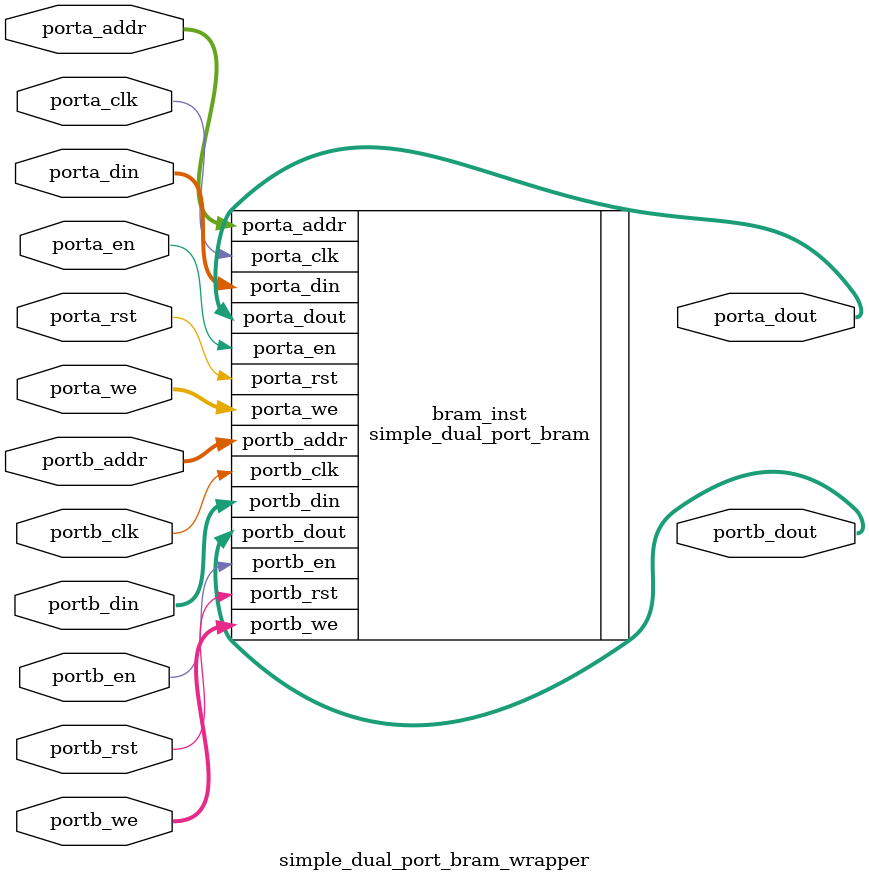
<source format=v>

module simple_dual_port_bram_wrapper #(
    parameter integer ADDR_WIDTH = 16,
    parameter integer DATA_WIDTH = 32,
    parameter integer DEPTH = 16384
)(
    // Port A - Write Only (data generator)
    (* X_INTERFACE_INFO = "xilinx.com:interface:bram:1.0 BRAM_PORTA CLK" *)
    input  wire                    porta_clk,
    (* X_INTERFACE_INFO = "xilinx.com:interface:bram:1.0 BRAM_PORTA RST" *)
    input  wire                    porta_rst,
    (* X_INTERFACE_INFO = "xilinx.com:interface:bram:1.0 BRAM_PORTA EN" *)
    input  wire                    porta_en,
    (* X_INTERFACE_INFO = "xilinx.com:interface:bram:1.0 BRAM_PORTA WE" *)
    input  wire [3:0]              porta_we,
    (* X_INTERFACE_INFO = "xilinx.com:interface:bram:1.0 BRAM_PORTA ADDR" *)
    input  wire [ADDR_WIDTH-1:0]   porta_addr,
    (* X_INTERFACE_INFO = "xilinx.com:interface:bram:1.0 BRAM_PORTA DIN" *)
    input  wire [DATA_WIDTH-1:0]   porta_din,
    (* X_INTERFACE_INFO = "xilinx.com:interface:bram:1.0 BRAM_PORTA DOUT" *)
    output wire [DATA_WIDTH-1:0]   porta_dout,
    
    // Port B - Read Only (AXI interface)
    (* X_INTERFACE_INFO = "xilinx.com:interface:bram:1.0 BRAM_PORTB CLK" *)
    // We're actually read only, but AXI block expects read write. Oops!
    (* X_INTERFACE_PARAMETER = "MASTER_TYPE BRAM_CTRL,MEM_SIZE 65536,MEM_WIDTH 32,MEM_ECC NONE,READ_WRITE_MODE READ_WRITE" *)
    input  wire                    portb_clk,
    (* X_INTERFACE_INFO = "xilinx.com:interface:bram:1.0 BRAM_PORTB RST" *)
    input  wire                    portb_rst,
    (* X_INTERFACE_INFO = "xilinx.com:interface:bram:1.0 BRAM_PORTB EN" *)
    input  wire                    portb_en,
    (* X_INTERFACE_INFO = "xilinx.com:interface:bram:1.0 BRAM_PORTB WE" *)
    input  wire [3:0]              portb_we,
    (* X_INTERFACE_INFO = "xilinx.com:interface:bram:1.0 BRAM_PORTB ADDR" *)
    input  wire [ADDR_WIDTH-1:0]   portb_addr,
    (* X_INTERFACE_INFO = "xilinx.com:interface:bram:1.0 BRAM_PORTB DIN" *)
    input  wire [DATA_WIDTH-1:0]   portb_din,
    (* X_INTERFACE_INFO = "xilinx.com:interface:bram:1.0 BRAM_PORTB DOUT" *)
    output wire [DATA_WIDTH-1:0]   portb_dout
);

    // Instantiate the SystemVerilog BRAM
    simple_dual_port_bram #(
        .ADDR_WIDTH(ADDR_WIDTH),
        .DATA_WIDTH(DATA_WIDTH), 
        .DEPTH(DEPTH)
    ) bram_inst (
        .porta_clk(porta_clk),
        .porta_rst(porta_rst),
        .porta_en(porta_en),
        .porta_we(porta_we),
        .porta_addr(porta_addr),
        .porta_din(porta_din),
        .porta_dout(porta_dout),
        
        .portb_clk(portb_clk),
        .portb_rst(portb_rst),
        .portb_en(portb_en),
        .portb_we(portb_we),
        .portb_addr(portb_addr),
        .portb_din(portb_din),
        .portb_dout(portb_dout)
    );

endmodule
</source>
